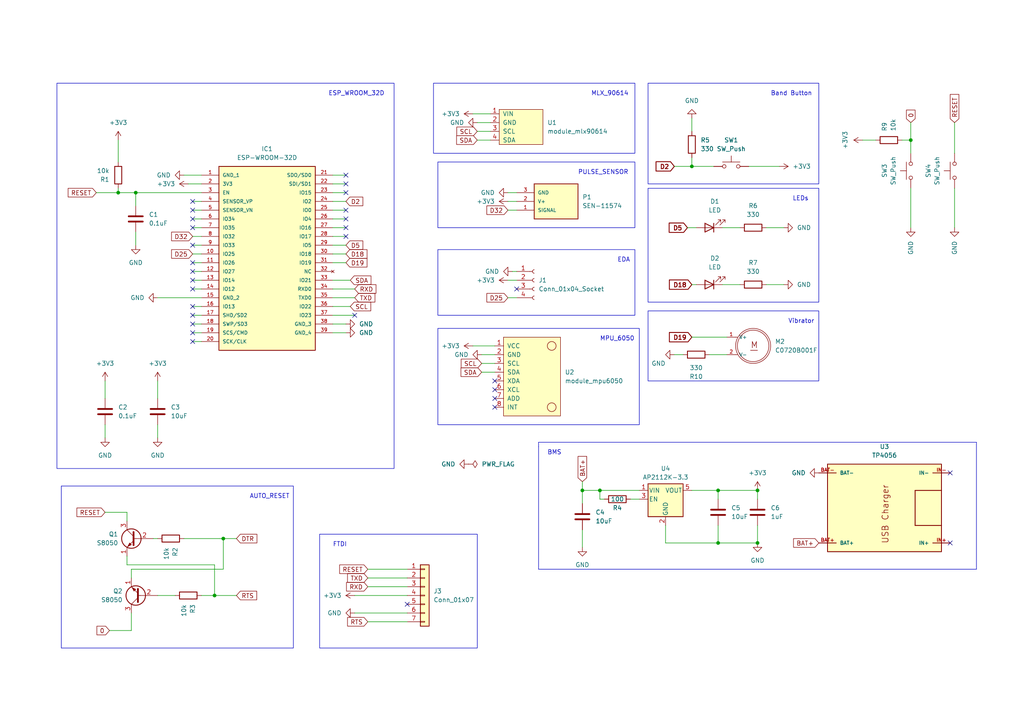
<source format=kicad_sch>
(kicad_sch (version 20230121) (generator eeschema)
  (paper "A4")
  (lib_symbols
    (symbol "C0720B001F:C0720B001F" (pin_names (offset 1.016))
      (property "Reference" "M2" (at 6.35 1.27 0))
      (property "Value" "C0720B001F" (at 6.35 -1.27 0))
      (symbol "C0720B001F_0_0"
        (polyline (pts (xy -5.08 2.54) (xy -4.572 2.54)) (stroke (width 0.1524)))
        (polyline (pts (xy -4.572 -2.54) (xy -5.08 -2.54)) (stroke (width 0.1524)))
        (polyline (pts (xy -0.762 -1.27) (xy 1.27 -1.27)) (stroke (width 0.1524)))
        (circle (center 0 0) (radius 4.572) (stroke (width 0.1524)))
        (circle (center 0 0) (radius 5.08) (stroke (width 0.1524)))
        (text "M" (at -0.7635 -0.7635 0) (effects (font (size 1.7815 1.7815)) (justify left bottom)))
      )
      (symbol "C0720B001F_1_0"
        (pin bidirectional line (at -7.62 2.54 0) (length 2.54) (name "V+") (number "1"))
        (pin bidirectional line (at -7.62 -2.54 0) (length 2.54) (name "V-") (number "2"))
      )
    )
    (symbol "Connector:Conn_01x04_Socket" (pin_names (offset 1.016) hide)
      (property "Reference" "J" (at 0 5.08 0))
      (property "Value" "Conn_01x04_Socket" (at 0 -7.62 0))
      (symbol "Conn_01x04_Socket_1_1"
        (arc (start 0 -4.572) (mid -0.5058 -5.08) (end 0 -5.588) (stroke (width 0.1524)))
        (arc (start 0 -2.032) (mid -0.5058 -2.54) (end 0 -3.048) (stroke (width 0.1524)))
        (polyline (pts (xy -1.27 -5.08) (xy -0.508 -5.08)) (stroke (width 0.1524)))
        (polyline (pts (xy -1.27 -2.54) (xy -0.508 -2.54)) (stroke (width 0.1524)))
        (polyline (pts (xy -1.27 0) (xy -0.508 0)) (stroke (width 0.1524)))
        (polyline (pts (xy -1.27 2.54) (xy -0.508 2.54)) (stroke (width 0.1524)))
        (arc (start 0 0.508) (mid -0.5058 0) (end 0 -0.508) (stroke (width 0.1524)))
        (arc (start 0 3.048) (mid -0.5058 2.54) (end 0 2.032) (stroke (width 0.1524)))
        (pin passive line (at -5.08 2.54 0) (length 3.81) (name "Pin_1") (number "1"))
        (pin passive line (at -5.08 0 0) (length 3.81) (name "Pin_2") (number "2"))
        (pin passive line (at -5.08 -2.54 0) (length 3.81) (name "Pin_3") (number "3"))
        (pin passive line (at -5.08 -5.08 0) (length 3.81) (name "Pin_4") (number "4"))
      )
    )
    (symbol "Connector_Generic:Conn_01x07" (pin_names (offset 1.016) hide)
      (property "Reference" "J" (at 0 10.16 0))
      (property "Value" "Conn_01x07" (at 0 -10.16 0))
      (symbol "Conn_01x07_1_1"
        (rectangle (start -1.27 -7.493) (end 0 -7.747) (stroke (width 0.1524)))
        (rectangle (start -1.27 -4.953) (end 0 -5.207) (stroke (width 0.1524)))
        (rectangle (start -1.27 -2.413) (end 0 -2.667) (stroke (width 0.1524)))
        (rectangle (start -1.27 0.127) (end 0 -0.127) (stroke (width 0.1524)))
        (rectangle (start -1.27 2.667) (end 0 2.413) (stroke (width 0.1524)))
        (rectangle (start -1.27 5.207) (end 0 4.953) (stroke (width 0.1524)))
        (rectangle (start -1.27 7.747) (end 0 7.493) (stroke (width 0.1524)))
        (rectangle (start -1.27 8.89) (end 1.27 -8.89) (stroke (width 0.254)) (fill (type background)))
        (pin passive line (at -5.08 7.62 0) (length 3.81) (name "Pin_1") (number "1"))
        (pin passive line (at -5.08 5.08 0) (length 3.81) (name "Pin_2") (number "2"))
        (pin passive line (at -5.08 2.54 0) (length 3.81) (name "Pin_3") (number "3"))
        (pin passive line (at -5.08 0 0) (length 3.81) (name "Pin_4") (number "4"))
        (pin passive line (at -5.08 -2.54 0) (length 3.81) (name "Pin_5") (number "5"))
        (pin passive line (at -5.08 -5.08 0) (length 3.81) (name "Pin_6") (number "6"))
        (pin passive line (at -5.08 -7.62 0) (length 3.81) (name "Pin_7") (number "7"))
      )
    )
    (symbol "Device:C" (pin_numbers hide) (pin_names (offset 0.254))
      (property "Reference" "C" (at 0.635 2.54 0))
      (property "Value" "C" (at 0.635 -2.54 0))
      (symbol "C_0_1"
        (polyline (pts (xy -2.032 -0.762) (xy 2.032 -0.762)) (stroke (width 0.508)))
        (polyline (pts (xy -2.032 0.762) (xy 2.032 0.762)) (stroke (width 0.508)))
      )
      (symbol "C_1_1"
        (pin passive line (at 0 3.81 270) (length 2.794) (name "~") (number "1"))
        (pin passive line (at 0 -3.81 90) (length 2.794) (name "~") (number "2"))
      )
    )
    (symbol "Device:LED" (pin_numbers hide) (pin_names (offset 1.016) hide)
      (property "Reference" "D" (at 0 2.54 0))
      (property "Value" "LED" (at 0 -2.54 0))
      (symbol "LED_0_1"
        (polyline (pts (xy -1.27 -1.27) (xy -1.27 1.27)) (stroke (width 0.254)))
        (polyline (pts (xy -1.27 0) (xy 1.27 0)))
        (polyline (pts (xy 1.27 -1.27) (xy 1.27 1.27) (xy -1.27 0) (xy 1.27 -1.27)) (stroke (width 0.254)))
        (polyline (pts (xy -3.048 -0.762) (xy -4.572 -2.286) (xy -3.81 -2.286) (xy -4.572 -2.286) (xy -4.572 -1.524)))
        (polyline (pts (xy -1.778 -0.762) (xy -3.302 -2.286) (xy -2.54 -2.286) (xy -3.302 -2.286) (xy -3.302 -1.524)))
      )
      (symbol "LED_1_1"
        (pin passive line (at -3.81 0 0) (length 2.54) (name "K") (number "1"))
        (pin passive line (at 3.81 0 180) (length 2.54) (name "A") (number "2"))
      )
    )
    (symbol "Device:R" (pin_numbers hide) (pin_names (offset 0))
      (property "Reference" "R" (at 2.032 0 90))
      (property "Value" "R" (at 0 0 90))
      (symbol "R_0_1"
        (rectangle (start -1.016 -2.54) (end 1.016 2.54) (stroke (width 0.254)))
      )
      (symbol "R_1_1"
        (pin passive line (at 0 3.81 270) (length 1.27) (name "~") (number "1"))
        (pin passive line (at 0 -3.81 90) (length 1.27) (name "~") (number "2"))
      )
    )
    (symbol "ESP-WROOM-32D:ESP-WROOM-32D" (pin_names (offset 1.016))
      (property "Reference" "IC" (at 34.29 7.62 0))
      (property "Value" "ESP-WROOM-32D" (at 34.29 5.08 0))
      (symbol "ESP-WROOM-32D_0_0"
        (rectangle (start 5.08 -50.8) (end 33.02 2.54) (stroke (width 0.254)) (fill (type background)))
        (pin bidirectional line (at 0 0 0) (length 5.08) (name "GND_1") (number "1"))
        (pin bidirectional line (at 0 -22.86 0) (length 5.08) (name "IO25") (number "10"))
        (pin bidirectional line (at 0 -25.4 0) (length 5.08) (name "IO26") (number "11"))
        (pin bidirectional line (at 0 -27.94 0) (length 5.08) (name "IO27") (number "12"))
        (pin bidirectional line (at 0 -30.48 0) (length 5.08) (name "IO14") (number "13"))
        (pin bidirectional line (at 0 -33.02 0) (length 5.08) (name "IO12") (number "14"))
        (pin bidirectional line (at 0 -35.56 0) (length 5.08) (name "GND_2") (number "15"))
        (pin bidirectional line (at 0 -38.1 0) (length 5.08) (name "IO13") (number "16"))
        (pin bidirectional line (at 0 -40.64 0) (length 5.08) (name "SHD/SD2") (number "17"))
        (pin bidirectional line (at 0 -43.18 0) (length 5.08) (name "SWP/SD3") (number "18"))
        (pin bidirectional line (at 0 -45.72 0) (length 5.08) (name "SCS/CMD") (number "19"))
        (pin bidirectional line (at 0 -2.54 0) (length 5.08) (name "3V3") (number "2"))
        (pin bidirectional line (at 0 -48.26 0) (length 5.08) (name "SCK/CLK") (number "20"))
        (pin bidirectional line (at 38.1 0 180) (length 5.08) (name "SDO/SD0") (number "21"))
        (pin bidirectional line (at 38.1 -2.54 180) (length 5.08) (name "SDI/SD1") (number "22"))
        (pin bidirectional line (at 38.1 -5.08 180) (length 5.08) (name "IO15") (number "23"))
        (pin bidirectional line (at 38.1 -7.62 180) (length 5.08) (name "IO2") (number "24"))
        (pin bidirectional line (at 38.1 -10.16 180) (length 5.08) (name "IO0") (number "25"))
        (pin bidirectional line (at 38.1 -12.7 180) (length 5.08) (name "IO4") (number "26"))
        (pin bidirectional line (at 38.1 -15.24 180) (length 5.08) (name "IO16") (number "27"))
        (pin bidirectional line (at 38.1 -17.78 180) (length 5.08) (name "IO17") (number "28"))
        (pin bidirectional line (at 38.1 -20.32 180) (length 5.08) (name "IO5") (number "29"))
        (pin bidirectional line (at 0 -5.08 0) (length 5.08) (name "EN") (number "3"))
        (pin bidirectional line (at 38.1 -22.86 180) (length 5.08) (name "IO18") (number "30"))
        (pin bidirectional line (at 38.1 -25.4 180) (length 5.08) (name "IO19") (number "31"))
        (pin no_connect line (at 38.1 -27.94 180) (length 5.08) (name "NC") (number "32"))
        (pin bidirectional line (at 38.1 -30.48 180) (length 5.08) (name "IO21") (number "33"))
        (pin bidirectional line (at 38.1 -33.02 180) (length 5.08) (name "RXD0") (number "34"))
        (pin bidirectional line (at 38.1 -35.56 180) (length 5.08) (name "TXD0") (number "35"))
        (pin bidirectional line (at 38.1 -38.1 180) (length 5.08) (name "IO22") (number "36"))
        (pin bidirectional line (at 38.1 -40.64 180) (length 5.08) (name "IO23") (number "37"))
        (pin bidirectional line (at 38.1 -43.18 180) (length 5.08) (name "GND_3") (number "38"))
        (pin bidirectional line (at 38.1 -45.72 180) (length 5.08) (name "GND_4") (number "39"))
        (pin bidirectional line (at 0 -7.62 0) (length 5.08) (name "SENSOR_VP") (number "4"))
        (pin bidirectional line (at 0 -10.16 0) (length 5.08) (name "SENSOR_VN") (number "5"))
        (pin bidirectional line (at 0 -12.7 0) (length 5.08) (name "IO34") (number "6"))
        (pin bidirectional line (at 0 -15.24 0) (length 5.08) (name "IO35") (number "7"))
        (pin bidirectional line (at 0 -17.78 0) (length 5.08) (name "IO32") (number "8"))
        (pin bidirectional line (at 0 -20.32 0) (length 5.08) (name "IO33") (number "9"))
      )
    )
    (symbol "Regulator_Linear:AP2112K-3.3" (pin_names (offset 0.254))
      (property "Reference" "U4" (at 0 8.89 0))
      (property "Value" "AP2112K-3.3" (at 0 6.35 0))
      (symbol "AP2112K-3.3_0_1"
        (rectangle (start -5.08 4.445) (end 5.08 -5.08) (stroke (width 0.254)) (fill (type background)))
      )
      (symbol "AP2112K-3.3_1_1"
        (pin bidirectional line (at -7.62 2.54 0) (length 2.54) (name "VIN") (number "1"))
        (pin power_in line (at 0 -7.62 90) (length 2.54) (name "GND") (number "2"))
        (pin input line (at -7.62 0 0) (length 2.54) (name "EN") (number "3"))
        (pin no_connect line (at 5.08 0 180) (length 2.54) hide (name "NC") (number "4"))
        (pin power_out line (at 7.62 2.54 180) (length 2.54) (name "VOUT") (number "5"))
      )
    )
    (symbol "SEN-11574:SEN-11574" (pin_names (offset 1.016))
      (property "Reference" "P" (at 0 5.5958 0))
      (property "Value" "SEN-11574" (at 0 -7.6429 0))
      (symbol "SEN-11574_0_0"
        (rectangle (start 0 -5.08) (end 12.7 5.08) (stroke (width 0.254)) (fill (type background)))
        (pin bidirectional line (at -5.08 -2.54 0) (length 5.08) (name "SIGNAL") (number "1"))
        (pin power_in line (at -5.08 0 0) (length 5.08) (name "V+") (number "2"))
        (pin power_in line (at -5.08 2.54 0) (length 5.08) (name "GND") (number "3"))
      )
    )
    (symbol "Switch:SW_Push" (pin_numbers hide) (pin_names (offset 1.016) hide)
      (property "Reference" "SW" (at 1.27 2.54 0))
      (property "Value" "SW_Push" (at 0 -1.524 0))
      (symbol "SW_Push_0_1"
        (circle (center -2.032 0) (radius 0.508))
        (polyline (pts (xy 0 1.27) (xy 0 3.048)))
        (polyline (pts (xy 2.54 1.27) (xy -2.54 1.27)))
        (circle (center 2.032 0) (radius 0.508))
        (pin passive line (at -5.08 0 0) (length 2.54) (name "1") (number "1"))
        (pin passive line (at 5.08 0 180) (length 2.54) (name "2") (number "2"))
      )
    )
    (symbol "TP4056:TP4056" (pin_names (offset 1.016))
      (property "Reference" "U" (at 0 0 0))
      (property "Value" "TP4056" (at 0 0 0))
      (symbol "TP4056_0_0"
        (rectangle (start -12.7 -15.24) (end 12.7 17.78) (stroke (width 0.254)) (fill (type background)))
        (polyline (pts (xy -5.08 10.16) (xy 5.08 10.16)) (stroke (width 0.254)))
        (polyline (pts (xy -5.08 17.78) (xy -5.08 10.16)) (stroke (width 0.254)))
        (polyline (pts (xy 5.08 10.16) (xy 5.08 17.78)) (stroke (width 0.254)))
        (text "USB Charger" (at -6.858 2.54 0) (effects (font (size 1.778 1.778)) (justify left bottom)))
        (pin bidirectional line (at 10.16 -17.78 90) (length 5.08) (name "BAT+") (number "BAT+"))
        (pin bidirectional line (at -10.16 -17.78 90) (length 5.08) (name "BAT-") (number "BAT-"))
        (pin bidirectional line (at 10.16 20.32 270) (length 5.08) (name "IN+") (number "IN+"))
        (pin bidirectional line (at -10.16 20.32 270) (length 5.08) (name "IN-") (number "IN-"))
      )
    )
    (symbol "Transistor_BJT:S8050" (pin_names (offset 0) hide)
      (property "Reference" "Q" (at 5.08 1.905 0))
      (property "Value" "S8050" (at 5.08 0 0))
      (symbol "S8050_0_1"
        (polyline (pts (xy 0 0) (xy 0.635 0)))
        (polyline (pts (xy 0.635 0.635) (xy 2.54 2.54)))
        (polyline (pts (xy 0.635 -0.635) (xy 2.54 -2.54) (xy 2.54 -2.54)))
        (polyline (pts (xy 0.635 1.905) (xy 0.635 -1.905) (xy 0.635 -1.905)) (stroke (width 0.508)))
        (polyline (pts (xy 1.27 -1.778) (xy 1.778 -1.27) (xy 2.286 -2.286) (xy 1.27 -1.778) (xy 1.27 -1.778)) (fill (type outline)))
        (circle (center 1.27 0) (radius 2.8194) (stroke (width 0.254)))
      )
      (symbol "S8050_1_1"
        (pin passive line (at 2.54 -5.08 90) (length 2.54) (name "E") (number "1"))
        (pin input line (at -5.08 0 0) (length 5.08) (name "B") (number "2"))
        (pin passive line (at 2.54 5.08 270) (length 2.54) (name "C") (number "3"))
      )
    )
    (symbol "power:+3V3" (power) (pin_names (offset 0))
      (property "Value" "+3V3" (at 0 3.556 0))
      (symbol "+3V3_0_1"
        (polyline (pts (xy -0.762 1.27) (xy 0 2.54)))
        (polyline (pts (xy 0 0) (xy 0 2.54)))
        (polyline (pts (xy 0 2.54) (xy 0.762 1.27)))
      )
      (symbol "+3V3_1_1"
        (pin power_in line (at 0 0 90) (length 0) hide (name "+3V3") (number "1"))
      )
    )
    (symbol "power:GND" (power) (pin_names (offset 0))
      (property "Value" "GND" (at 0 -3.81 0))
      (symbol "GND_0_1"
        (polyline (pts (xy 0 0) (xy 0 -1.27) (xy 1.27 -1.27) (xy 0 -2.54) (xy -1.27 -1.27) (xy 0 -1.27)))
      )
      (symbol "GND_1_1"
        (pin power_in line (at 0 0 270) (length 0) hide (name "GND") (number "1"))
      )
    )
    (symbol "power:PWR_FLAG" (power) (pin_numbers hide) (pin_names (offset 0) hide)
      (property "Value" "PWR_FLAG" (at 0 3.81 0))
      (symbol "PWR_FLAG_0_0"
        (pin power_out line (at 0 0 90) (length 0) (name "pwr") (number "1"))
      )
      (symbol "PWR_FLAG_0_1"
        (polyline (pts (xy 0 0) (xy 0 1.27) (xy -1.016 1.905) (xy 0 2.54) (xy 1.016 1.905) (xy 0 1.27)))
      )
    )
    (symbol "usini_sensors:module_mlx90614" (pin_names (offset 1.016))
      (property "Reference" "U" (at 2.54 11.43 0))
      (property "Value" "module_mlx90614" (at 8.89 -1.27 0))
      (symbol "module_mlx90614_0_1"
        (rectangle (start 2.54 10.16) (end 15.24 0) (fill (type background)))
      )
      (symbol "module_mlx90614_1_1"
        (pin input line (at 0 8.89 0) (length 2.54) (name "VIN") (number "1"))
        (pin input line (at 0 6.35 0) (length 2.54) (name "GND") (number "2"))
        (pin input line (at 0 3.81 0) (length 2.54) (name "SCL") (number "3"))
        (pin input line (at 0 1.27 0) (length 2.54) (name "SDA") (number "4"))
      )
    )
    (symbol "usini_sensors:module_mpu6050" (pin_names (offset 1.016))
      (property "Reference" "U" (at 2.54 21.59 0))
      (property "Value" "module_mpu6050" (at 11.43 -3.81 0))
      (symbol "module_mpu6050_0_1"
        (rectangle (start 2.54 20.32) (end 19.05 -2.54) (fill (type background)))
        (circle (center 16.51 0) (radius 1.27))
        (circle (center 16.51 17.78) (radius 1.27))
      )
      (symbol "module_mpu6050_1_1"
        (pin input line (at 0 17.78 0) (length 2.54) (name "VCC") (number "1"))
        (pin input line (at 0 15.24 0) (length 2.54) (name "GND") (number "2"))
        (pin input line (at 0 12.7 0) (length 2.54) (name "SCL") (number "3"))
        (pin input line (at 0 10.16 0) (length 2.54) (name "SDA") (number "4"))
        (pin input line (at 0 7.62 0) (length 2.54) (name "XDA") (number "5"))
        (pin input line (at 0 5.08 0) (length 2.54) (name "XCL") (number "6"))
        (pin input line (at 0 2.54 0) (length 2.54) (name "ADD") (number "7"))
        (pin input line (at 0 0 0) (length 2.54) (name "INT") (number "8"))
      )
    )
  )
  (junction (at 219.71 157.48))
  (junction (at 173.99 142.24))
  (junction (at 64.77 156.21))
  (junction (at 219.71 142.24))
  (junction (at 264.16 40.64))
  (junction (at 39.37 55.88))
  (junction (at 168.91 142.24))
  (junction (at 208.28 142.24))
  (junction (at 208.28 157.48))
  (junction (at 62.23 172.72))
  (junction (at 200.66 48.26))
  (junction (at 34.29 55.88))
  (no_connect (at 55.88 91.44))
  (no_connect (at 100.33 50.8))
  (no_connect (at 100.33 53.34))
  (no_connect (at 100.33 55.88))
  (no_connect (at 100.33 66.04))
  (no_connect (at 102.87 91.44))
  (no_connect (at 118.11 175.26))
  (no_connect (at 55.88 58.42))
  (no_connect (at 149.86 83.82))
  (no_connect (at 55.88 66.04))
  (no_connect (at 55.88 96.52))
  (no_connect (at 143.51 115.57))
  (no_connect (at 143.51 118.11))
  (no_connect (at 55.88 63.5))
  (no_connect (at 55.88 60.96))
  (no_connect (at 55.88 78.74))
  (no_connect (at 55.88 71.12))
  (no_connect (at 55.88 81.28))
  (no_connect (at 55.88 99.06))
  (no_connect (at 275.59 157.48))
  (no_connect (at 143.51 110.49))
  (no_connect (at 100.33 60.96))
  (no_connect (at 55.88 88.9))
  (no_connect (at 275.59 137.16))
  (no_connect (at 100.33 68.58))
  (no_connect (at 55.88 93.98))
  (no_connect (at 55.88 76.2))
  (no_connect (at 143.51 113.03))
  (no_connect (at 55.88 83.82))
  (no_connect (at 100.33 63.5))
  (wire (pts (xy 175.26 144.78) (xy 173.99 144.78)))
  (wire (pts (xy 36.83 148.59) (xy 36.83 151.13)))
  (wire (pts (xy 138.43 35.56) (xy 142.24 35.56)))
  (wire (pts (xy 55.88 88.9) (xy 58.42 88.9)))
  (wire (pts (xy 53.34 50.8) (xy 58.42 50.8)))
  (wire (pts (xy 38.1 182.88) (xy 38.1 177.8)))
  (wire (pts (xy 55.88 78.74) (xy 58.42 78.74)))
  (wire (pts (xy 168.91 142.24) (xy 173.99 142.24)))
  (polyline (pts (xy 156.21 128.27) (xy 156.21 129.54)))
  (wire (pts (xy 96.52 81.28) (xy 101.6 81.28)))
  (wire (pts (xy 96.52 96.52) (xy 100.33 96.52)))
  (wire (pts (xy 55.88 58.42) (xy 58.42 58.42)))
  (wire (pts (xy 96.52 83.82) (xy 102.87 83.82)))
  (wire (pts (xy 209.55 82.55) (xy 214.63 82.55)))
  (wire (pts (xy 138.43 40.64) (xy 142.24 40.64)))
  (wire (pts (xy 96.52 53.34) (xy 100.33 53.34)))
  (wire (pts (xy 106.68 167.64) (xy 118.11 167.64)))
  (wire (pts (xy 219.71 157.48) (xy 219.71 152.4)))
  (wire (pts (xy 55.88 71.12) (xy 58.42 71.12)))
  (wire (pts (xy 147.32 86.36) (xy 149.86 86.36)))
  (polyline (pts (xy 283.21 128.27) (xy 156.21 128.27)))
  (wire (pts (xy 55.88 73.66) (xy 58.42 73.66)))
  (wire (pts (xy 261.62 40.64) (xy 264.16 40.64)))
  (wire (pts (xy 55.88 91.44) (xy 58.42 91.44)))
  (wire (pts (xy 45.72 172.72) (xy 50.8 172.72)))
  (wire (pts (xy 182.88 144.78) (xy 185.42 144.78)))
  (polyline (pts (xy 283.21 165.1) (xy 283.21 128.27)))
  (wire (pts (xy 36.83 163.83) (xy 62.23 163.83)))
  (wire (pts (xy 200.66 45.72) (xy 200.66 48.26)))
  (wire (pts (xy 55.88 93.98) (xy 58.42 93.98)))
  (wire (pts (xy 208.28 152.4) (xy 208.28 157.48)))
  (wire (pts (xy 58.42 172.72) (xy 62.23 172.72)))
  (wire (pts (xy 39.37 55.88) (xy 34.29 55.88)))
  (wire (pts (xy 106.68 170.18) (xy 118.11 170.18)))
  (wire (pts (xy 96.52 86.36) (xy 102.87 86.36)))
  (wire (pts (xy 96.52 66.04) (xy 100.33 66.04)))
  (wire (pts (xy 102.87 177.8) (xy 118.11 177.8)))
  (wire (pts (xy 250.19 40.64) (xy 254 40.64)))
  (wire (pts (xy 34.29 54.61) (xy 34.29 55.88)))
  (wire (pts (xy 45.72 123.19) (xy 45.72 127)))
  (wire (pts (xy 200.66 142.24) (xy 208.28 142.24)))
  (wire (pts (xy 34.29 40.64) (xy 34.29 46.99)))
  (wire (pts (xy 96.52 91.44) (xy 102.87 91.44)))
  (wire (pts (xy 168.91 153.67) (xy 168.91 158.75)))
  (wire (pts (xy 36.83 148.59) (xy 30.48 148.59)))
  (wire (pts (xy 139.7 107.95) (xy 143.51 107.95)))
  (wire (pts (xy 64.77 156.21) (xy 68.58 156.21)))
  (wire (pts (xy 39.37 67.31) (xy 39.37 71.12)))
  (wire (pts (xy 55.88 60.96) (xy 58.42 60.96)))
  (wire (pts (xy 276.86 44.45) (xy 276.86 35.56)))
  (wire (pts (xy 55.88 81.28) (xy 58.42 81.28)))
  (wire (pts (xy 168.91 139.7) (xy 168.91 142.24)))
  (wire (pts (xy 55.88 63.5) (xy 58.42 63.5)))
  (wire (pts (xy 276.86 66.04) (xy 276.86 54.61)))
  (wire (pts (xy 264.16 44.45) (xy 264.16 40.64)))
  (wire (pts (xy 208.28 142.24) (xy 219.71 142.24)))
  (wire (pts (xy 62.23 172.72) (xy 68.58 172.72)))
  (wire (pts (xy 200.66 34.29) (xy 200.66 38.1)))
  (wire (pts (xy 106.68 180.34) (xy 118.11 180.34)))
  (wire (pts (xy 30.48 123.19) (xy 30.48 127)))
  (wire (pts (xy 195.58 48.26) (xy 200.66 48.26)))
  (wire (pts (xy 138.43 38.1) (xy 142.24 38.1)))
  (wire (pts (xy 55.88 68.58) (xy 58.42 68.58)))
  (wire (pts (xy 148.59 78.74) (xy 149.86 78.74)))
  (wire (pts (xy 195.58 102.87) (xy 198.12 102.87)))
  (wire (pts (xy 173.99 144.78) (xy 173.99 142.24)))
  (polyline (pts (xy 156.21 129.54) (xy 156.21 165.1)))
  (wire (pts (xy 64.77 165.1) (xy 64.77 156.21)))
  (wire (pts (xy 200.66 97.79) (xy 210.82 97.79)))
  (wire (pts (xy 137.16 100.33) (xy 143.51 100.33)))
  (wire (pts (xy 217.17 48.26) (xy 226.06 48.26)))
  (wire (pts (xy 96.52 63.5) (xy 100.33 63.5)))
  (wire (pts (xy 96.52 60.96) (xy 100.33 60.96)))
  (wire (pts (xy 205.74 102.87) (xy 210.82 102.87)))
  (wire (pts (xy 27.94 55.88) (xy 34.29 55.88)))
  (wire (pts (xy 39.37 55.88) (xy 39.37 59.69)))
  (wire (pts (xy 96.52 55.88) (xy 100.33 55.88)))
  (wire (pts (xy 147.32 58.42) (xy 149.86 58.42)))
  (wire (pts (xy 209.55 66.04) (xy 214.63 66.04)))
  (polyline (pts (xy 156.21 165.1) (xy 283.21 165.1)))
  (wire (pts (xy 222.25 82.55) (xy 227.33 82.55)))
  (wire (pts (xy 200.66 82.55) (xy 201.93 82.55)))
  (wire (pts (xy 45.72 110.49) (xy 45.72 115.57)))
  (wire (pts (xy 36.83 161.29) (xy 36.83 163.83)))
  (wire (pts (xy 222.25 66.04) (xy 227.33 66.04)))
  (wire (pts (xy 208.28 157.48) (xy 219.71 157.48)))
  (wire (pts (xy 147.32 55.88) (xy 149.86 55.88)))
  (wire (pts (xy 62.23 163.83) (xy 62.23 172.72)))
  (wire (pts (xy 45.72 86.36) (xy 58.42 86.36)))
  (wire (pts (xy 199.39 66.04) (xy 201.93 66.04)))
  (wire (pts (xy 64.77 156.21) (xy 53.34 156.21)))
  (wire (pts (xy 55.88 66.04) (xy 58.42 66.04)))
  (wire (pts (xy 31.75 182.88) (xy 38.1 182.88)))
  (wire (pts (xy 96.52 71.12) (xy 100.33 71.12)))
  (wire (pts (xy 38.1 167.64) (xy 38.1 165.1)))
  (wire (pts (xy 55.88 83.82) (xy 58.42 83.82)))
  (wire (pts (xy 44.45 156.21) (xy 45.72 156.21)))
  (wire (pts (xy 54.61 53.34) (xy 58.42 53.34)))
  (wire (pts (xy 102.87 172.72) (xy 118.11 172.72)))
  (wire (pts (xy 55.88 76.2) (xy 58.42 76.2)))
  (wire (pts (xy 193.04 152.4) (xy 193.04 157.48)))
  (wire (pts (xy 147.32 81.28) (xy 149.86 81.28)))
  (wire (pts (xy 106.68 165.1) (xy 118.11 165.1)))
  (wire (pts (xy 96.52 76.2) (xy 100.33 76.2)))
  (wire (pts (xy 30.48 110.49) (xy 30.48 115.57)))
  (wire (pts (xy 96.52 50.8) (xy 100.33 50.8)))
  (wire (pts (xy 264.16 40.64) (xy 264.16 35.56)))
  (wire (pts (xy 39.37 55.88) (xy 58.42 55.88)))
  (wire (pts (xy 264.16 66.04) (xy 264.16 54.61)))
  (wire (pts (xy 96.52 68.58) (xy 100.33 68.58)))
  (wire (pts (xy 55.88 96.52) (xy 58.42 96.52)))
  (wire (pts (xy 219.71 142.24) (xy 219.71 144.78)))
  (wire (pts (xy 96.52 88.9) (xy 101.6 88.9)))
  (wire (pts (xy 38.1 165.1) (xy 64.77 165.1)))
  (wire (pts (xy 168.91 142.24) (xy 168.91 146.05)))
  (wire (pts (xy 96.52 73.66) (xy 100.33 73.66)))
  (wire (pts (xy 193.04 157.48) (xy 208.28 157.48)))
  (wire (pts (xy 55.88 99.06) (xy 58.42 99.06)))
  (wire (pts (xy 200.66 48.26) (xy 207.01 48.26)))
  (wire (pts (xy 96.52 93.98) (xy 100.33 93.98)))
  (wire (pts (xy 208.28 142.24) (xy 208.28 144.78)))
  (wire (pts (xy 96.52 58.42) (xy 100.33 58.42)))
  (wire (pts (xy 139.7 105.41) (xy 143.51 105.41)))
  (wire (pts (xy 147.32 60.96) (xy 149.86 60.96)))
  (wire (pts (xy 139.7 102.87) (xy 143.51 102.87)))
  (wire (pts (xy 173.99 142.24) (xy 185.42 142.24)))
  (wire (pts (xy 137.16 33.02) (xy 142.24 33.02)))
  (rectangle (start 17.78 140.97) (end 85.09 187.96))
  (rectangle (start 92.71 154.94) (end 138.43 187.96))
  (rectangle (start 187.96 24.13) (end 237.49 53.34))
  (rectangle (start 187.96 54.61) (end 237.49 87.63))
  (rectangle (start 187.96 90.17) (end 237.49 110.49))
  (rectangle (start 127 95.25) (end 185.42 123.19))
  (rectangle (start 127 46.99) (end 184.15 66.04))
  (rectangle (start 125.73 24.13) (end 184.15 44.45))
  (rectangle (start 127 72.39) (end 184.15 91.44))
  (rectangle (start 16.51 24.13) (end 114.3 135.89))
  (text "EDA\n" (at 179.07 76.2 0) (effects (font (size 1.27 1.27)) (justify left bottom)))
  (text "PULSE_SENSOR" (at 167.64 50.8 0) (effects (font (size 1.27 1.27)) (justify left bottom)))
  (text "MLX_90614" (at 171.45 27.94 0) (effects (font (size 1.27 1.27)) (justify left bottom)))
  (text "FTDI" (at 96.52 158.75 0) (effects (font (size 1.27 1.27)) (justify left bottom)))
  (text "MPU_6050" (at 173.99 99.06 0) (effects (font (size 1.27 1.27)) (justify left bottom)))
  (text "Vibrator\n" (at 228.6 93.98 0) (effects (font (size 1.27 1.27)) (justify left bottom)))
  (text "AUTO_RESET" (at 72.39 144.78 0) (effects (font (size 1.27 1.27)) (justify left bottom)))
  (text "ESP_WROOM_32D\n" (at 95.25 27.94 0) (effects (font (size 1.27 1.27)) (justify left bottom)))
  (text "BMS\n" (at 158.75 132.08 0) (effects (font (size 1.27 1.27)) (justify left bottom)))
  (text "LEDs" (at 229.87 58.42 0) (effects (font (size 1.27 1.27)) (justify left bottom)))
  (text "Band Button" (at 223.52 27.94 0) (effects (font (size 1.27 1.27)) (justify left bottom)))
  (global_label "D18" (shape input) (at 200.66 82.55 180) (effects (font bold)) (property "Intersheetrefs" "${INTERSHEET_REFS}" (effects hide)))
  (global_label "RESET" (shape input) (at 106.68 165.1 180) (property "Intersheetrefs" "${INTERSHEET_REFS}" (effects hide)))
  (global_label "RTS" (shape input) (at 106.68 180.34 180) (property "Intersheetrefs" "${INTERSHEET_REFS}" (effects hide)))
  (global_label "SCL" (shape input) (at 139.7 105.41 180) (property "Intersheetrefs" "${INTERSHEET_REFS}" (effects hide)))
  (global_label "RTS" (shape input) (at 68.58 172.72 0) (property "Intersheetrefs" "${INTERSHEET_REFS}" (effects hide)))
  (global_label "D2" (shape input) (at 100.33 58.42 0) (property "Intersheetrefs" "${INTERSHEET_REFS}" (effects hide)))
  (global_label "D19" (shape input) (at 100.33 76.2 0) (property "Intersheetrefs" "${INTERSHEET_REFS}" (effects hide)))
  (global_label "D2" (shape input) (at 195.58 48.26 180) (effects (font bold)) (property "Intersheetrefs" "${INTERSHEET_REFS}" (effects hide)))
  (global_label "SDA" (shape input) (at 139.7 107.95 180) (property "Intersheetrefs" "${INTERSHEET_REFS}" (effects hide)))
  (global_label "RXD" (shape input) (at 106.68 170.18 180) (property "Intersheetrefs" "${INTERSHEET_REFS}" (effects hide)))
  (global_label "SDA" (shape input) (at 138.43 40.64 180) (property "Intersheetrefs" "${INTERSHEET_REFS}" (effects hide)))
  (global_label "SCL" (shape input) (at 138.43 38.1 180) (property "Intersheetrefs" "${INTERSHEET_REFS}" (effects hide)))
  (global_label "TXD" (shape input) (at 102.87 86.36 0) (property "Intersheetrefs" "${INTERSHEET_REFS}" (effects hide)))
  (global_label "0" (shape input) (at 264.16 35.56 90) (property "Intersheetrefs" "${INTERSHEET_REFS}" (effects hide)))
  (global_label "D32" (shape input) (at 55.88 68.58 180) (property "Intersheetrefs" "${INTERSHEET_REFS}" (effects hide)))
  (global_label "RESET" (shape input) (at 27.94 55.88 180) (property "Intersheetrefs" "${INTERSHEET_REFS}" (effects hide)))
  (global_label "D5" (shape input) (at 100.33 71.12 0) (property "Intersheetrefs" "${INTERSHEET_REFS}" (effects hide)))
  (global_label "D25" (shape input) (at 147.32 86.36 180) (property "Intersheetrefs" "${INTERSHEET_REFS}" (effects hide)))
  (global_label "SDA" (shape input) (at 101.6 81.28 0) (property "Intersheetrefs" "${INTERSHEET_REFS}" (effects hide)))
  (global_label "BAT+" (shape input) (at 168.91 139.7 90) (property "Intersheetrefs" "${INTERSHEET_REFS}" (effects hide)))
  (global_label "D25" (shape input) (at 55.88 73.66 180) (property "Intersheetrefs" "${INTERSHEET_REFS}" (effects hide)))
  (global_label "D18" (shape input) (at 100.33 73.66 0) (property "Intersheetrefs" "${INTERSHEET_REFS}" (effects hide)))
  (global_label "TXD" (shape input) (at 106.68 167.64 180) (property "Intersheetrefs" "${INTERSHEET_REFS}" (effects hide)))
  (global_label "RXD" (shape input) (at 102.87 83.82 0) (property "Intersheetrefs" "${INTERSHEET_REFS}" (effects hide)))
  (global_label "BAT+" (shape input) (at 237.49 157.48 180) (property "Intersheetrefs" "${INTERSHEET_REFS}" (effects hide)))
  (global_label "D19" (shape input) (at 200.66 97.79 180) (effects (font bold)) (property "Intersheetrefs" "${INTERSHEET_REFS}" (effects hide)))
  (global_label "SCL" (shape input) (at 101.6 88.9 0) (property "Intersheetrefs" "${INTERSHEET_REFS}" (effects hide)))
  (global_label "0" (shape input) (at 31.75 182.88 180) (property "Intersheetrefs" "${INTERSHEET_REFS}" (effects hide)))
  (global_label "RESET" (shape input) (at 30.48 148.59 180) (property "Intersheetrefs" "${INTERSHEET_REFS}" (effects hide)))
  (global_label "DTR" (shape input) (at 68.58 156.21 0) (property "Intersheetrefs" "${INTERSHEET_REFS}" (effects hide)))
  (global_label "RESET" (shape input) (at 276.86 35.56 90) (property "Intersheetrefs" "${INTERSHEET_REFS}" (effects hide)))
  (global_label "D32" (shape input) (at 147.32 60.96 180) (property "Intersheetrefs" "${INTERSHEET_REFS}" (effects hide)))
  (global_label "D5" (shape input) (at 199.39 66.04 180) (effects (font bold)) (property "Intersheetrefs" "${INTERSHEET_REFS}" (effects hide)))
  (symbol (lib_id "power:GND") (at 227.33 82.55 90) (unit 1)
    (property "Reference" "#PWR027" (effects hide))
    (property "Value" "GND" (at 231.14 82.55 90) (effects (justify right)))
  )
  (symbol (lib_id "Switch:SW_Push") (at 264.16 49.53 90) (unit 1)
    (property "Reference" "SW3" (at 256.54 49.53 0))
    (property "Value" "SW_Push" (at 259.08 49.53 0))
    (property "Footprint" "Button_Switch_SMD:SW_DIP_SPSTx01_Slide_6.7x4.1mm_W6.73mm_P2.54mm_LowProfile_JPin" (effects hide))
  )
  (symbol (lib_id "Device:R") (at 200.66 41.91 180) (unit 1)
    (property "Reference" "R5" (at 203.2 40.64 0) (effects (justify right)))
    (property "Value" "330" (at 203.2 43.18 0) (effects (justify right)))
    (property "Footprint" "Resistor_SMD:R_1206_3216Metric_Pad1.30x1.75mm_HandSolder" (effects hide))
  )
  (symbol (lib_id "power:+3V3") (at 30.48 110.49 0) (unit 1)
    (property "Reference" "#PWR09" (effects hide))
    (property "Value" "+3V3" (at 30.48 105.41 0))
  )
  (symbol (lib_id "Device:R") (at 201.93 102.87 270) (unit 1)
    (property "Reference" "R10" (at 201.93 109.22 90))
    (property "Value" "330" (at 201.93 106.68 90))
    (property "Footprint" "Resistor_SMD:R_1206_3216Metric_Pad1.30x1.75mm_HandSolder" (effects hide))
  )
  (symbol (lib_id "usini_sensors:module_mlx90614") (at 142.24 41.91 0) (unit 1)
    (property "Reference" "U1" (at 158.75 35.56 0) (effects (justify left)))
    (property "Value" "module_mlx90614" (at 158.75 38.1 0) (effects (justify left)))
    (property "Footprint" "usini_sensors:module_mlx90614" (effects hide))
  )
  (symbol (lib_id "Device:R") (at 49.53 156.21 270) (unit 1)
    (property "Reference" "R2" (at 50.8 158.75 0) (effects (justify left)))
    (property "Value" "10k" (at 48.26 158.75 0) (effects (justify left)))
    (property "Footprint" "Resistor_SMD:R_1206_3216Metric_Pad1.30x1.75mm_HandSolder" (effects hide))
  )
  (symbol (lib_id "power:GND") (at 53.34 50.8 270) (unit 1)
    (property "Reference" "#PWR014" (effects hide))
    (property "Value" "GND" (at 49.53 50.8 90) (effects (justify right)))
  )
  (symbol (lib_id "power:PWR_FLAG") (at 135.89 134.62 270) (unit 1)
    (property "Reference" "#FLG01" (effects hide))
    (property "Value" "PWR_FLAG" (at 139.7 134.62 90) (effects (justify left)))
  )
  (symbol (lib_id "power:+3V3") (at 226.06 48.26 270) (unit 1)
    (property "Reference" "#PWR022" (effects hide))
    (property "Value" "+3V3" (at 229.87 48.26 90) (effects (justify left)))
  )
  (symbol (lib_id "SEN-11574:SEN-11574") (at 154.94 58.42 0) (unit 1)
    (property "Reference" "P1" (at 168.91 57.15 0) (effects (justify left)))
    (property "Value" "SEN-11574" (at 168.91 59.69 0) (effects (justify left)))
    (property "Footprint" "SEN-11574:XDCR_SEN-11574" (effects hide))
    (property "MF" "SparkFun" (effects hide))
    (property "Description" "\nPULSE SENSOR FOR ARDUINO\n" (effects hide))
    (property "Package" "None" (effects hide))
    (property "Price" "None" (effects hide))
    (property "Check_prices" "https://www.snapeda.com/parts/SEN-11574/SparkFun+Electronics/view-part/?ref=eda" (effects hide))
    (property "SnapEDA_Link" "https://www.snapeda.com/parts/SEN-11574/SparkFun+Electronics/view-part/?ref=snap" (effects hide))
    (property "MP" "SEN-11574" (effects hide))
    (property "Purchase-URL" "https://pricing.snapeda.com/search?q=SEN-11574&ref=eda" (effects hide))
    (property "Availability" "In Stock" (effects hide))
    (property "MANUFACTURER" "Sparkfun Electronics" (effects hide))
  )
  (symbol (lib_id "usini_sensors:module_mpu6050") (at 143.51 118.11 0) (unit 1)
    (property "Reference" "U2" (at 163.83 107.95 0) (effects (justify left)))
    (property "Value" "module_mpu6050" (at 163.83 110.49 0) (effects (justify left)))
    (property "Footprint" "usini_sensors:module_mpu6050" (effects hide))
  )
  (symbol (lib_id "TP4056:TP4056") (at 255.27 147.32 270) (unit 1)
    (property "Reference" "U3" (at 256.54 129.54 90))
    (property "Value" "TP4056" (at 256.54 132.08 90))
    (property "Footprint" "TP4056:TP4056" (effects hide))
    (property "MF" "others" (effects hide))
    (property "Description" "\n" (effects hide))
    (property "Package" "None" (effects hide))
    (property "Price" "None" (effects hide))
    (property "SnapEDA_Link" "https://www.snapeda.com/parts/TP4056/Byte+Brothers/view-part/?ref=snap" (effects hide))
    (property "MP" "TP4056" (effects hide))
    (property "Availability" "Not in stock" (effects hide))
    (property "Check_prices" "https://www.snapeda.com/parts/TP4056/Byte+Brothers/view-part/?ref=eda" (effects hide))
  )
  (symbol (lib_id "Device:LED") (at 205.74 82.55 180) (unit 1)
    (property "Reference" "D2" (at 207.3275 74.93 0))
    (property "Value" "LED" (at 207.3275 77.47 0))
    (property "Footprint" "LED_THT:LED_D3.0mm" (effects hide))
  )
  (symbol (lib_id "Connector:Conn_01x04_Socket") (at 154.94 81.28 0) (unit 1)
    (property "Reference" "J1" (at 156.21 81.28 0) (effects (justify left)))
    (property "Value" "Conn_01x04_Socket" (at 156.21 83.82 0) (effects (justify left)))
    (property "Footprint" "Connector_PinSocket_2.54mm:PinSocket_1x04_P2.54mm_Vertical" (effects hide))
  )
  (symbol (lib_id "Device:R") (at 218.44 66.04 90) (unit 1)
    (property "Reference" "R6" (at 218.44 59.69 90))
    (property "Value" "330" (at 218.44 62.23 90))
    (property "Footprint" "Resistor_SMD:R_1206_3216Metric_Pad1.30x1.75mm_HandSolder" (effects hide))
  )
  (symbol (lib_id "Connector_Generic:Conn_01x07") (at 123.19 172.72 0) (unit 1)
    (property "Reference" "J3" (at 125.73 171.45 0) (effects (justify left)))
    (property "Value" "Conn_01x07" (at 125.73 173.99 0) (effects (justify left)))
    (property "Footprint" "Connector_PinSocket_2.54mm:PinSocket_1x07_P2.54mm_Vertical" (effects hide))
  )
  (symbol (lib_id "power:+3V3") (at 137.16 33.02 90) (unit 1)
    (property "Reference" "#PWR06" (effects hide))
    (property "Value" "+3V3" (at 133.35 33.02 90) (effects (justify left)))
  )
  (symbol (lib_id "power:GND") (at 264.16 66.04 0) (unit 1)
    (property "Reference" "#PWR029" (effects hide))
    (property "Value" "GND" (at 264.16 69.85 90) (effects (justify right)))
  )
  (symbol (lib_id "Device:C") (at 39.37 63.5 0) (unit 1)
    (property "Reference" "C1" (at 43.18 62.23 0) (effects (justify left)))
    (property "Value" "0.1uF" (at 43.18 64.77 0) (effects (justify left)))
    (property "Footprint" "Capacitor_SMD:C_1206_3216Metric_Pad1.33x1.80mm_HandSolder" (effects hide))
  )
  (symbol (lib_id "power:+3V3") (at 147.32 81.28 90) (unit 1)
    (property "Reference" "#PWR04" (effects hide))
    (property "Value" "+3V3" (at 143.51 81.28 90) (effects (justify left)))
  )
  (symbol (lib_id "power:+3V3") (at 54.61 53.34 90) (unit 1)
    (property "Reference" "#PWR013" (effects hide))
    (property "Value" "+3V3" (at 50.8 53.34 90) (effects (justify left)))
  )
  (symbol (lib_id "power:GND") (at 138.43 35.56 270) (unit 1)
    (property "Reference" "#PWR03" (effects hide))
    (property "Value" "GND" (at 134.62 35.56 90) (effects (justify right)))
  )
  (symbol (lib_id "power:GND") (at 227.33 66.04 90) (unit 1)
    (property "Reference" "#PWR026" (effects hide))
    (property "Value" "GND" (at 231.14 66.04 90) (effects (justify right)))
  )
  (symbol (lib_id "Switch:SW_Push") (at 212.09 48.26 0) (unit 1)
    (property "Reference" "SW1" (at 212.09 40.64 0))
    (property "Value" "SW_Push" (at 212.09 43.18 0))
    (property "Footprint" "Button_Switch_SMD:SW_DIP_SPSTx01_Slide_6.7x4.1mm_W6.73mm_P2.54mm_LowProfile_JPin" (effects hide))
  )
  (symbol (lib_id "power:+3V3") (at 34.29 40.64 0) (unit 1)
    (property "Reference" "#PWR07" (effects hide))
    (property "Value" "+3V3" (at 34.29 35.56 0))
  )
  (symbol (lib_id "power:GND") (at 102.87 177.8 270) (unit 1)
    (property "Reference" "#PWR019" (effects hide))
    (property "Value" "GND" (at 99.06 177.8 90) (effects (justify right)))
  )
  (symbol (lib_id "Device:R") (at 218.44 82.55 90) (unit 1)
    (property "Reference" "R7" (at 218.44 76.2 90))
    (property "Value" "330" (at 218.44 78.74 90))
    (property "Footprint" "Resistor_SMD:R_1206_3216Metric_Pad1.30x1.75mm_HandSolder" (effects hide))
  )
  (symbol (lib_id "power:GND") (at 45.72 86.36 270) (unit 1)
    (property "Reference" "#PWR015" (effects hide))
    (property "Value" "GND" (at 41.91 86.36 90) (effects (justify right)))
  )
  (symbol (lib_id "power:+3V3") (at 250.19 40.64 90) (unit 1)
    (property "Reference" "#PWR031" (effects hide))
    (property "Value" "+3V3" (at 245.11 40.64 0))
  )
  (symbol (lib_id "Switch:SW_Push") (at 276.86 49.53 90) (unit 1)
    (property "Reference" "SW4" (at 269.24 49.53 0))
    (property "Value" "SW_Push" (at 271.78 49.53 0))
    (property "Footprint" "Button_Switch_SMD:SW_DIP_SPSTx01_Slide_6.7x4.1mm_W6.73mm_P2.54mm_LowProfile_JPin" (effects hide))
  )
  (symbol (lib_id "power:GND") (at 168.91 158.75 0) (unit 1)
    (property "Reference" "#PWR025" (effects hide))
    (property "Value" "GND" (at 168.91 163.83 0))
  )
  (symbol (lib_id "Device:R") (at 34.29 50.8 180) (unit 1)
    (property "Reference" "R1" (at 31.75 52.07 0) (effects (justify left)))
    (property "Value" "10k" (at 31.75 49.53 0) (effects (justify left)))
    (property "Footprint" "Resistor_SMD:R_1206_3216Metric_Pad1.30x1.75mm_HandSolder" (effects hide))
  )
  (symbol (lib_id "power:GND") (at 237.49 137.16 270) (unit 1)
    (property "Reference" "#PWR024" (effects hide))
    (property "Value" "GND" (at 233.68 137.16 90) (effects (justify right)))
  )
  (symbol (lib_id "power:GND") (at 148.59 78.74 270) (unit 1)
    (property "Reference" "#PWR01" (effects hide))
    (property "Value" "GND" (at 144.78 78.74 90) (effects (justify right)))
  )
  (symbol (lib_id "Device:R") (at 179.07 144.78 90) (unit 1)
    (property "Reference" "R4" (at 179.07 147.32 90))
    (property "Value" "100" (at 179.07 144.78 90))
    (property "Footprint" "Resistor_SMD:R_1206_3216Metric_Pad1.30x1.75mm_HandSolder" (effects hide))
  )
  (symbol (lib_id "power:GND") (at 195.58 102.87 270) (unit 1)
    (property "Reference" "#PWR035" (effects hide))
    (property "Value" "GND" (at 193.04 105.41 90) (effects (justify right)))
  )
  (symbol (lib_id "power:+3V3") (at 137.16 100.33 90) (unit 1)
    (property "Reference" "#PWR05" (effects hide))
    (property "Value" "+3V3" (at 133.35 100.33 90) (effects (justify left)))
  )
  (symbol (lib_id "Device:C") (at 45.72 119.38 0) (unit 1)
    (property "Reference" "C3" (at 49.53 118.11 0) (effects (justify left)))
    (property "Value" "10uF" (at 49.53 120.65 0) (effects (justify left)))
    (property "Footprint" "Capacitor_SMD:C_1206_3216Metric_Pad1.33x1.80mm_HandSolder" (effects hide))
  )
  (symbol (lib_id "power:GND") (at 135.89 134.62 270) (unit 1)
    (property "Reference" "#PWR034" (effects hide))
    (property "Value" "GND" (at 132.08 134.62 90) (effects (justify right)))
  )
  (symbol (lib_id "power:GND") (at 45.72 127 0) (unit 1)
    (property "Reference" "#PWR012" (effects hide))
    (property "Value" "GND" (at 45.72 132.08 0))
  )
  (symbol (lib_id "Device:C") (at 168.91 149.86 0) (unit 1)
    (property "Reference" "C4" (at 172.72 148.59 0) (effects (justify left)))
    (property "Value" "10uF" (at 172.72 151.13 0) (effects (justify left)))
    (property "Footprint" "Capacitor_SMD:C_1206_3216Metric_Pad1.33x1.80mm_HandSolder" (effects hide))
  )
  (symbol (lib_id "power:+3V3") (at 102.87 172.72 90) (unit 1)
    (property "Reference" "#PWR018" (effects hide))
    (property "Value" "+3V3" (at 99.06 172.72 90) (effects (justify left)))
  )
  (symbol (lib_id "power:GND") (at 39.37 71.12 0) (unit 1)
    (property "Reference" "#PWR08" (effects hide))
    (property "Value" "GND" (at 39.37 76.2 0))
  )
  (symbol (lib_id "Device:LED") (at 205.74 66.04 180) (unit 1)
    (property "Reference" "D1" (at 207.3275 58.42 0))
    (property "Value" "LED" (at 207.3275 60.96 0))
    (property "Footprint" "LED_THT:LED_D3.0mm" (effects hide))
  )
  (symbol (lib_id "power:GND") (at 276.86 66.04 0) (unit 1)
    (property "Reference" "#PWR030" (effects hide))
    (property "Value" "GND" (at 276.86 69.85 90) (effects (justify right)))
  )
  (symbol (lib_id "Transistor_BJT:S8050") (at 40.64 172.72 180) (unit 1)
    (property "Reference" "Q2" (at 35.56 171.45 0) (effects (justify left)))
    (property "Value" "S8050" (at 35.56 173.99 0) (effects (justify left)))
    (property "Footprint" "Package_TO_SOT_THT:TO-92_Inline" (effects hide))
    (property "Datasheet" "http://www.unisonic.com.tw/datasheet/S8050.pdf" (effects hide))
  )
  (symbol (lib_id "power:GND") (at 139.7 102.87 270) (unit 1)
    (property "Reference" "#PWR02" (effects hide))
    (property "Value" "GND" (at 135.89 102.87 90) (effects (justify right)))
  )
  (symbol (lib_id "Transistor_BJT:S8050") (at 39.37 156.21 0) (mirror y) (unit 1)
    (property "Reference" "Q1" (at 34.29 154.94 0) (effects (justify left)))
    (property "Value" "S8050" (at 34.29 157.48 0) (effects (justify left)))
    (property "Footprint" "Package_TO_SOT_THT:TO-92_Inline" (effects hide))
    (property "Datasheet" "http://www.unisonic.com.tw/datasheet/S8050.pdf" (effects hide))
  )
  (symbol (lib_id "power:GND") (at 219.71 157.48 0) (unit 1)
    (property "Reference" "#PWR033" (effects hide))
    (property "Value" "GND" (at 219.71 162.56 0))
  )
  (symbol (lib_id "Device:C") (at 208.28 148.59 0) (unit 1)
    (property "Reference" "C5" (at 212.09 147.32 0) (effects (justify left)))
    (property "Value" "10uF" (at 212.09 149.86 0) (effects (justify left)))
    (property "Footprint" "Capacitor_SMD:C_1206_3216Metric_Pad1.33x1.80mm_HandSolder" (effects hide))
  )
  (symbol (lib_id "power:GND") (at 30.48 127 0) (unit 1)
    (property "Reference" "#PWR010" (effects hide))
    (property "Value" "GND" (at 30.48 132.08 0))
  )
  (symbol (lib_id "Regulator_Linear:AP2112K-3.3") (at 193.04 144.78 0) (unit 1)
    (property "Reference" "U4" (at 193.04 135.89 0))
    (property "Value" "AP2112K-3.3" (at 193.04 138.43 0))
    (property "Footprint" "Package_TO_SOT_SMD:SOT-23-5" (effects hide))
    (property "Datasheet" "https://www.diodes.com/assets/Datasheets/AP2112.pdf" (effects hide))
  )
  (symbol (lib_id "power:GND") (at 100.33 93.98 90) (unit 1)
    (property "Reference" "#PWR016" (effects hide))
    (property "Value" "GND" (at 104.14 93.98 90) (effects (justify right)))
  )
  (symbol (lib_id "power:+3V3") (at 45.72 110.49 0) (unit 1)
    (property "Reference" "#PWR011" (effects hide))
    (property "Value" "+3V3" (at 45.72 105.41 0))
  )
  (symbol (lib_id "Device:C") (at 30.48 119.38 0) (unit 1)
    (property "Reference" "C2" (at 34.29 118.11 0) (effects (justify left)))
    (property "Value" "0.1uF" (at 34.29 120.65 0) (effects (justify left)))
    (property "Footprint" "Capacitor_SMD:C_1206_3216Metric_Pad1.33x1.80mm_HandSolder" (effects hide))
  )
  (symbol (lib_id "Device:C") (at 219.71 148.59 0) (unit 1)
    (property "Reference" "C6" (at 223.52 147.32 0) (effects (justify left)))
    (property "Value" "1uF" (at 223.52 149.86 0) (effects (justify left)))
    (property "Footprint" "Capacitor_SMD:C_1206_3216Metric_Pad1.33x1.80mm_HandSolder" (effects hide))
  )
  (symbol (lib_id "power:GND") (at 200.66 34.29 180) (unit 1)
    (property "Reference" "#PWR023" (effects hide))
    (property "Value" "GND" (at 200.66 29.21 0))
  )
  (symbol (lib_id "power:GND") (at 100.33 96.52 90) (unit 1)
    (property "Reference" "#PWR017" (effects hide))
    (property "Value" "GND" (at 104.14 96.52 90) (effects (justify right)))
  )
  (symbol (lib_id "power:+3V3") (at 219.71 142.24 0) (unit 1)
    (property "Reference" "#PWR032" (effects hide))
    (property "Value" "+3V3" (at 219.71 137.16 0))
  )
  (symbol (lib_id "ESP-WROOM-32D:ESP-WROOM-32D") (at 58.42 50.8 0) (unit 1)
    (property "Reference" "IC1" (at 77.47 43.18 0))
    (property "Value" "ESP-WROOM-32D" (at 77.47 45.72 0))
    (property "Footprint" "ESP-WROOM-32D (1):ESPWROOM32D" (effects hide))
    (property "MANUFACTURER_NAME" "Espressif Systems" (effects hide))
    (property "MF" "Espressif Systems" (effects hide))
    (property "MOUSER_PRICE-STOCK" "https://www.mouser.com/Search/Refine.aspx?Keyword=356-ESP-WROOM-32D" (effects hide))
    (property "DESCRIPTION" "WiFi Modules (802.11) ESP32-D0WD 32 Mbits, 3.3 V 40 MHz onboard antenna (18.00+/-0.10) x (25.50+/-0.10) x (3.10+/-0.10)" (effects hide))
    (property "MOUSER_PART_NUMBER" "356-ESP-WROOM-32D" (effects hide))
    (property "Price" "None" (effects hide))
    (property "Package" "None" (effects hide))
    (property "Check_prices" "https://www.snapeda.com/parts/ESP-WROOM-32D/Espressif+Systems/view-part/?ref=eda" (effects hide))
    (property "HEIGHT" "3.2mm" (effects hide))
    (property "MP" "ESP-WROOM-32D" (effects hide))
    (property "SnapEDA_Link" "https://www.snapeda.com/parts/ESP-WROOM-32D/Espressif+Systems/view-part/?ref=snap" (effects hide))
    (property "ARROW_PART_NUMBER" "ESP-WROOM-32D" (effects hide))
    (property "Description" "\nWiFi / 802.11 Modules\n" (effects hide))
    (property "Availability" "In Stock" (effects hide))
    (property "MANUFACTURER_PART_NUMBER" "ESP-WROOM-32D" (effects hide))
  )
  (symbol (lib_id "C0720B001F:C0720B001F") (at 218.44 100.33 0) (unit 1)
    (property "Reference" "M2" (at 224.79 99.06 0) (effects (justify left)))
    (property "Value" "C0720B001F" (at 224.79 101.6 0) (effects (justify left)))
    (property "Footprint" "C0720B001F:XDCR_C0720B001F" (effects hide))
    (property "MF" "Jinlong Machinery" (effects hide))
    (property "Description" "\n- DC Motor Vibration, ERM 10000 RPM - - 3VDC\n" (effects hide))
    (property "Package" "None" (effects hide))
    (property "Price" "None" (effects hide))
    (property "SnapEDA_Link" "https://www.snapeda.com/parts/C0720B001F/Jinlong+Machinery+%2526+Electronics%252C+Inc./view-part/?ref=snap" (effects hide))
    (property "MP" "C0720B001F" (effects hide))
    (property "Availability" "Not in stock" (effects hide))
    (property "Check_prices" "https://www.snapeda.com/parts/C0720B001F/Jinlong+Machinery+%2526+Electronics%252C+Inc./view-part/?ref=eda" (effects hide))
  )
  (symbol (lib_id "Device:R") (at 257.81 40.64 90) (unit 1)
    (property "Reference" "R9" (at 256.54 38.1 0) (effects (justify left)))
    (property "Value" "10k" (at 259.08 38.1 0) (effects (justify left)))
    (property "Footprint" "Resistor_SMD:R_1206_3216Metric_Pad1.30x1.75mm_HandSolder" (effects hide))
  )
  (symbol (lib_id "Device:R") (at 54.61 172.72 270) (unit 1)
    (property "Reference" "R3" (at 55.88 175.26 0) (effects (justify left)))
    (property "Value" "10k" (at 53.34 175.26 0) (effects (justify left)))
    (property "Footprint" "Resistor_SMD:R_1206_3216Metric_Pad1.30x1.75mm_HandSolder" (effects hide))
  )
  (symbol (lib_id "power:GND") (at 147.32 55.88 270) (unit 1)
    (property "Reference" "#PWR021" (effects hide))
    (property "Value" "GND" (at 143.51 55.88 90) (effects (justify right)))
  )
  (symbol (lib_id "power:+3V3") (at 147.32 58.42 90) (unit 1)
    (property "Reference" "#PWR020" (effects hide))
    (property "Value" "+3V3" (at 143.51 58.42 90) (effects (justify left)))
  )
)
</source>
